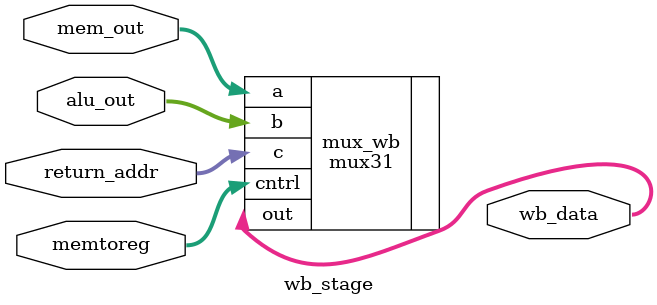
<source format=sv>
module wb_stage#(parameter N=32)(mem_out,alu_out,memtoreg,wb_data,return_addr);
input logic [N-1:0]mem_out,alu_out,return_addr;
output logic [N-1:0]wb_data;
input logic [1:0]memtoreg;
(* DONT_TOUCH = "TRUE" *) mux31 mux_wb (.a(mem_out),.b(alu_out),.c(return_addr),.cntrl(memtoreg),.out(wb_data));
endmodule

</source>
